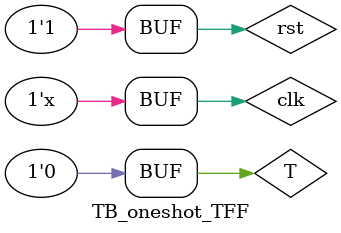
<source format=v>
`timescale 1ns / 1ps


module TB_oneshot_TFF();

reg clk, rst, T;
wire Q;

oneshot_TFF u0(clk, rst, T, Q);

initial begin
    clk <= 0;
    rst <= 1;
    T <= 0;
    #10 rst <= 0;
    #10 rst <= 1;
    #80 T <= 1;
    #100 T <= 0;
    #80 T <= 1;
    #100 T <= 0;
    #80 T <= 1;
    #100 T <= 0;
end

always begin
    #5 clk <= ~clk;
end

endmodule
</source>
